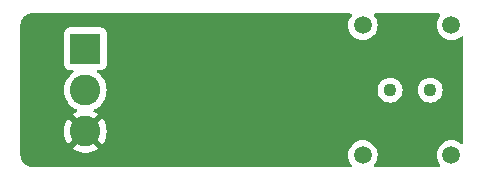
<source format=gbr>
%TF.GenerationSoftware,KiCad,Pcbnew,7.0.11-7.0.11~ubuntu22.04.1*%
%TF.CreationDate,2024-03-26T17:41:41+01:00*%
%TF.ProjectId,laserreceiver,6c617365-7272-4656-9365-697665722e6b,rev?*%
%TF.SameCoordinates,Original*%
%TF.FileFunction,Copper,L2,Bot*%
%TF.FilePolarity,Positive*%
%FSLAX46Y46*%
G04 Gerber Fmt 4.6, Leading zero omitted, Abs format (unit mm)*
G04 Created by KiCad (PCBNEW 7.0.11-7.0.11~ubuntu22.04.1) date 2024-03-26 17:41:41*
%MOMM*%
%LPD*%
G01*
G04 APERTURE LIST*
%TA.AperFunction,ComponentPad*%
%ADD10C,1.108000*%
%TD*%
%TA.AperFunction,ComponentPad*%
%ADD11R,2.600000X2.600000*%
%TD*%
%TA.AperFunction,ComponentPad*%
%ADD12C,2.600000*%
%TD*%
%TA.AperFunction,ViaPad*%
%ADD13C,0.600000*%
%TD*%
%TA.AperFunction,ViaPad*%
%ADD14C,1.500000*%
%TD*%
G04 APERTURE END LIST*
D10*
%TO.P,R1,1*%
%TO.N,+5V*%
X161300000Y-94500000D03*
%TO.P,R1,2*%
%TO.N,Net-(U1--)*%
X164700000Y-94500000D03*
%TD*%
D11*
%TO.P,J1,1,Pin_1*%
%TO.N,+5V*%
X135500000Y-91000000D03*
D12*
%TO.P,J1,2,Pin_2*%
%TO.N,Net-(J1-Pin_2)*%
X135500000Y-94500000D03*
%TO.P,J1,3,Pin_3*%
%TO.N,GND*%
X135500000Y-98000000D03*
%TD*%
D13*
%TO.N,GND*%
X142000000Y-96000000D03*
X140500000Y-91000000D03*
D14*
%TO.N,*%
X159000000Y-100000000D03*
X166500000Y-100000000D03*
X159000000Y-89000000D03*
X166500000Y-89000000D03*
%TD*%
%TA.AperFunction,Conductor*%
%TO.N,GND*%
G36*
X158002115Y-88020185D02*
G01*
X158047870Y-88072989D01*
X158057814Y-88142147D01*
X158036651Y-88195623D01*
X157912900Y-88372357D01*
X157912898Y-88372361D01*
X157820426Y-88570668D01*
X157820422Y-88570677D01*
X157763793Y-88782020D01*
X157763793Y-88782024D01*
X157744723Y-88999997D01*
X157744723Y-89000002D01*
X157763793Y-89217975D01*
X157763793Y-89217979D01*
X157820422Y-89429322D01*
X157820424Y-89429326D01*
X157820425Y-89429330D01*
X157833640Y-89457669D01*
X157912897Y-89627638D01*
X157912898Y-89627639D01*
X158038402Y-89806877D01*
X158193123Y-89961598D01*
X158372361Y-90087102D01*
X158570670Y-90179575D01*
X158782023Y-90236207D01*
X158964926Y-90252208D01*
X158999998Y-90255277D01*
X159000000Y-90255277D01*
X159000002Y-90255277D01*
X159028254Y-90252805D01*
X159217977Y-90236207D01*
X159429330Y-90179575D01*
X159627639Y-90087102D01*
X159806877Y-89961598D01*
X159961598Y-89806877D01*
X160087102Y-89627639D01*
X160179575Y-89429330D01*
X160236207Y-89217977D01*
X160252805Y-89028254D01*
X160255277Y-89000002D01*
X160255277Y-88999997D01*
X160251569Y-88957618D01*
X160236207Y-88782023D01*
X160200381Y-88648318D01*
X160179577Y-88570677D01*
X160179576Y-88570676D01*
X160179575Y-88570670D01*
X160087102Y-88372362D01*
X160087100Y-88372359D01*
X160087099Y-88372357D01*
X159963349Y-88195623D01*
X159941022Y-88129417D01*
X159958032Y-88061650D01*
X160008980Y-88013837D01*
X160064924Y-88000500D01*
X165435076Y-88000500D01*
X165502115Y-88020185D01*
X165547870Y-88072989D01*
X165557814Y-88142147D01*
X165536651Y-88195623D01*
X165412900Y-88372357D01*
X165412898Y-88372361D01*
X165320426Y-88570668D01*
X165320422Y-88570677D01*
X165263793Y-88782020D01*
X165263793Y-88782024D01*
X165244723Y-88999997D01*
X165244723Y-89000002D01*
X165263793Y-89217975D01*
X165263793Y-89217979D01*
X165320422Y-89429322D01*
X165320424Y-89429326D01*
X165320425Y-89429330D01*
X165333640Y-89457669D01*
X165412897Y-89627638D01*
X165412898Y-89627639D01*
X165538402Y-89806877D01*
X165693123Y-89961598D01*
X165872361Y-90087102D01*
X166070670Y-90179575D01*
X166282023Y-90236207D01*
X166464926Y-90252208D01*
X166499998Y-90255277D01*
X166500000Y-90255277D01*
X166500002Y-90255277D01*
X166528254Y-90252805D01*
X166717977Y-90236207D01*
X166929330Y-90179575D01*
X167127639Y-90087102D01*
X167304379Y-89963346D01*
X167370582Y-89941020D01*
X167438349Y-89958030D01*
X167486162Y-90008977D01*
X167499500Y-90064922D01*
X167499500Y-98935077D01*
X167479815Y-99002116D01*
X167427011Y-99047871D01*
X167357853Y-99057815D01*
X167304380Y-99036653D01*
X167127639Y-98912898D01*
X167127640Y-98912898D01*
X167127638Y-98912897D01*
X167028484Y-98866661D01*
X166929330Y-98820425D01*
X166929326Y-98820424D01*
X166929322Y-98820422D01*
X166717977Y-98763793D01*
X166500002Y-98744723D01*
X166499998Y-98744723D01*
X166354682Y-98757436D01*
X166282023Y-98763793D01*
X166282020Y-98763793D01*
X166070677Y-98820422D01*
X166070668Y-98820426D01*
X165872361Y-98912898D01*
X165872357Y-98912900D01*
X165693121Y-99038402D01*
X165538402Y-99193121D01*
X165412900Y-99372357D01*
X165412898Y-99372361D01*
X165320426Y-99570668D01*
X165320422Y-99570677D01*
X165263793Y-99782020D01*
X165263793Y-99782024D01*
X165244723Y-99999997D01*
X165244723Y-100000002D01*
X165263793Y-100217975D01*
X165263793Y-100217979D01*
X165320422Y-100429322D01*
X165320424Y-100429326D01*
X165320425Y-100429330D01*
X165357405Y-100508633D01*
X165412897Y-100627638D01*
X165428653Y-100650140D01*
X165536653Y-100804379D01*
X165558979Y-100870582D01*
X165541969Y-100938350D01*
X165491021Y-100986163D01*
X165435077Y-100999500D01*
X160064923Y-100999500D01*
X159997884Y-100979815D01*
X159952129Y-100927011D01*
X159942185Y-100857853D01*
X159963346Y-100804380D01*
X160087102Y-100627639D01*
X160179575Y-100429330D01*
X160236207Y-100217977D01*
X160255277Y-100000000D01*
X160254803Y-99994586D01*
X160249512Y-99934108D01*
X160236207Y-99782023D01*
X160179575Y-99570670D01*
X160087102Y-99372362D01*
X160087100Y-99372359D01*
X160087099Y-99372357D01*
X159961599Y-99193124D01*
X159961596Y-99193121D01*
X159806877Y-99038402D01*
X159627639Y-98912898D01*
X159627640Y-98912898D01*
X159627638Y-98912897D01*
X159528484Y-98866661D01*
X159429330Y-98820425D01*
X159429326Y-98820424D01*
X159429322Y-98820422D01*
X159217977Y-98763793D01*
X159000002Y-98744723D01*
X158999998Y-98744723D01*
X158854682Y-98757436D01*
X158782023Y-98763793D01*
X158782020Y-98763793D01*
X158570677Y-98820422D01*
X158570668Y-98820426D01*
X158372361Y-98912898D01*
X158372357Y-98912900D01*
X158193121Y-99038402D01*
X158038402Y-99193121D01*
X157912900Y-99372357D01*
X157912898Y-99372361D01*
X157820426Y-99570668D01*
X157820422Y-99570677D01*
X157763793Y-99782020D01*
X157763793Y-99782024D01*
X157744723Y-99999997D01*
X157744723Y-100000002D01*
X157763793Y-100217975D01*
X157763793Y-100217979D01*
X157820422Y-100429322D01*
X157820424Y-100429326D01*
X157820425Y-100429330D01*
X157857405Y-100508633D01*
X157912897Y-100627638D01*
X157928653Y-100650140D01*
X158036653Y-100804379D01*
X158058979Y-100870582D01*
X158041969Y-100938350D01*
X157991021Y-100986163D01*
X157935077Y-100999500D01*
X131005413Y-100999500D01*
X130994605Y-100999028D01*
X130837246Y-100985260D01*
X130815961Y-100981507D01*
X130668630Y-100942030D01*
X130648318Y-100934637D01*
X130510084Y-100870177D01*
X130491366Y-100859370D01*
X130366417Y-100771880D01*
X130349859Y-100757986D01*
X130242013Y-100650140D01*
X130228119Y-100633582D01*
X130140629Y-100508633D01*
X130129822Y-100489915D01*
X130065362Y-100351681D01*
X130057969Y-100331369D01*
X130049882Y-100301188D01*
X130018491Y-100184035D01*
X130014739Y-100162752D01*
X130000972Y-100005393D01*
X130000500Y-99994586D01*
X130000500Y-94500004D01*
X133694451Y-94500004D01*
X133714616Y-94769101D01*
X133774664Y-95032188D01*
X133774666Y-95032195D01*
X133859855Y-95249252D01*
X133873257Y-95283398D01*
X134008185Y-95517102D01*
X134042078Y-95559602D01*
X134176442Y-95728089D01*
X134363183Y-95901358D01*
X134374259Y-95911635D01*
X134597226Y-96063651D01*
X134597231Y-96063653D01*
X134597232Y-96063654D01*
X134597233Y-96063655D01*
X134709030Y-96117493D01*
X134752770Y-96138557D01*
X134804630Y-96185379D01*
X134822943Y-96252806D01*
X134801895Y-96319430D01*
X134752771Y-96361997D01*
X134597480Y-96436781D01*
X134597476Y-96436783D01*
X134414848Y-96561296D01*
X135252465Y-97398913D01*
X135184371Y-97425874D01*
X135051508Y-97522405D01*
X134946825Y-97648945D01*
X134898368Y-97751921D01*
X134062295Y-96915848D01*
X134008600Y-96983180D01*
X133873709Y-97216818D01*
X133775148Y-97467947D01*
X133775142Y-97467966D01*
X133715113Y-97730971D01*
X133715113Y-97730973D01*
X133694953Y-97999995D01*
X133694953Y-98000004D01*
X133715113Y-98269026D01*
X133715113Y-98269028D01*
X133775142Y-98532033D01*
X133775148Y-98532052D01*
X133873709Y-98783181D01*
X133873708Y-98783181D01*
X134008602Y-99016822D01*
X134062294Y-99084151D01*
X134062295Y-99084151D01*
X134897452Y-98248993D01*
X134907188Y-98278956D01*
X134995186Y-98417619D01*
X135114903Y-98530040D01*
X135249510Y-98604041D01*
X134414848Y-99438702D01*
X134597483Y-99563220D01*
X134597485Y-99563221D01*
X134840539Y-99680269D01*
X134840537Y-99680269D01*
X135098337Y-99759790D01*
X135098343Y-99759792D01*
X135365101Y-99799999D01*
X135365110Y-99800000D01*
X135634890Y-99800000D01*
X135634898Y-99799999D01*
X135901656Y-99759792D01*
X135901662Y-99759790D01*
X136159461Y-99680269D01*
X136402521Y-99563218D01*
X136585150Y-99438702D01*
X135747534Y-98601086D01*
X135815629Y-98574126D01*
X135948492Y-98477595D01*
X136053175Y-98351055D01*
X136101631Y-98248079D01*
X136937703Y-99084151D01*
X136937704Y-99084150D01*
X136991393Y-99016828D01*
X136991400Y-99016817D01*
X137126290Y-98783181D01*
X137224851Y-98532052D01*
X137224857Y-98532033D01*
X137284886Y-98269028D01*
X137284886Y-98269026D01*
X137305047Y-98000004D01*
X137305047Y-97999995D01*
X137284886Y-97730973D01*
X137284886Y-97730971D01*
X137224857Y-97467966D01*
X137224851Y-97467947D01*
X137126290Y-97216818D01*
X137126291Y-97216818D01*
X136991397Y-96983177D01*
X136937704Y-96915847D01*
X136102546Y-97751004D01*
X136092812Y-97721044D01*
X136004814Y-97582381D01*
X135885097Y-97469960D01*
X135750489Y-97395958D01*
X136585150Y-96561296D01*
X136402519Y-96436780D01*
X136247229Y-96361997D01*
X136195370Y-96315175D01*
X136177057Y-96247748D01*
X136198105Y-96181124D01*
X136247228Y-96138557D01*
X136402775Y-96063651D01*
X136625741Y-95911635D01*
X136823561Y-95728085D01*
X136991815Y-95517102D01*
X137126743Y-95283398D01*
X137225334Y-95032195D01*
X137285383Y-94769103D01*
X137305549Y-94500000D01*
X160240398Y-94500000D01*
X160260757Y-94706716D01*
X160321056Y-94905496D01*
X160418969Y-95088677D01*
X160418974Y-95088684D01*
X160550747Y-95249252D01*
X160662483Y-95340950D01*
X160711317Y-95381027D01*
X160711320Y-95381028D01*
X160711322Y-95381030D01*
X160894503Y-95478943D01*
X160894505Y-95478943D01*
X160894508Y-95478945D01*
X161093282Y-95539242D01*
X161300000Y-95559602D01*
X161506718Y-95539242D01*
X161705492Y-95478945D01*
X161888683Y-95381027D01*
X162049252Y-95249252D01*
X162181027Y-95088683D01*
X162278945Y-94905492D01*
X162339242Y-94706718D01*
X162359602Y-94500000D01*
X163640398Y-94500000D01*
X163660757Y-94706716D01*
X163721056Y-94905496D01*
X163818969Y-95088677D01*
X163818974Y-95088684D01*
X163950747Y-95249252D01*
X164062483Y-95340950D01*
X164111317Y-95381027D01*
X164111320Y-95381028D01*
X164111322Y-95381030D01*
X164294503Y-95478943D01*
X164294505Y-95478943D01*
X164294508Y-95478945D01*
X164493282Y-95539242D01*
X164700000Y-95559602D01*
X164906718Y-95539242D01*
X165105492Y-95478945D01*
X165288683Y-95381027D01*
X165449252Y-95249252D01*
X165581027Y-95088683D01*
X165678945Y-94905492D01*
X165739242Y-94706718D01*
X165759602Y-94500000D01*
X165739242Y-94293282D01*
X165678945Y-94094508D01*
X165678943Y-94094505D01*
X165678943Y-94094503D01*
X165581030Y-93911322D01*
X165581028Y-93911320D01*
X165581027Y-93911317D01*
X165540950Y-93862483D01*
X165449252Y-93750747D01*
X165288684Y-93618974D01*
X165288677Y-93618969D01*
X165105496Y-93521056D01*
X164906716Y-93460757D01*
X164700000Y-93440398D01*
X164493283Y-93460757D01*
X164294503Y-93521056D01*
X164111322Y-93618969D01*
X164111315Y-93618974D01*
X163950747Y-93750747D01*
X163818974Y-93911315D01*
X163818969Y-93911322D01*
X163721056Y-94094503D01*
X163660757Y-94293283D01*
X163640398Y-94500000D01*
X162359602Y-94500000D01*
X162339242Y-94293282D01*
X162278945Y-94094508D01*
X162278943Y-94094505D01*
X162278943Y-94094503D01*
X162181030Y-93911322D01*
X162181028Y-93911320D01*
X162181027Y-93911317D01*
X162140950Y-93862483D01*
X162049252Y-93750747D01*
X161888684Y-93618974D01*
X161888677Y-93618969D01*
X161705496Y-93521056D01*
X161506716Y-93460757D01*
X161300000Y-93440398D01*
X161093283Y-93460757D01*
X160894503Y-93521056D01*
X160711322Y-93618969D01*
X160711315Y-93618974D01*
X160550747Y-93750747D01*
X160418974Y-93911315D01*
X160418969Y-93911322D01*
X160321056Y-94094503D01*
X160260757Y-94293283D01*
X160240398Y-94500000D01*
X137305549Y-94500000D01*
X137285383Y-94230897D01*
X137225334Y-93967805D01*
X137126743Y-93716602D01*
X136991815Y-93482898D01*
X136823561Y-93271915D01*
X136823560Y-93271914D01*
X136823557Y-93271910D01*
X136625741Y-93088365D01*
X136625737Y-93088362D01*
X136535663Y-93026950D01*
X136491363Y-92972924D01*
X136483304Y-92903521D01*
X136514047Y-92840778D01*
X136573831Y-92804616D01*
X136605517Y-92800499D01*
X136847871Y-92800499D01*
X136847872Y-92800499D01*
X136907483Y-92794091D01*
X137042331Y-92743796D01*
X137157546Y-92657546D01*
X137243796Y-92542331D01*
X137294091Y-92407483D01*
X137300500Y-92347873D01*
X137300499Y-89652128D01*
X137294091Y-89592517D01*
X137243796Y-89457669D01*
X137243795Y-89457668D01*
X137243793Y-89457664D01*
X137157547Y-89342455D01*
X137157544Y-89342452D01*
X137042335Y-89256206D01*
X137042328Y-89256202D01*
X136907482Y-89205908D01*
X136907483Y-89205908D01*
X136847883Y-89199501D01*
X136847881Y-89199500D01*
X136847873Y-89199500D01*
X136847864Y-89199500D01*
X134152129Y-89199500D01*
X134152123Y-89199501D01*
X134092516Y-89205908D01*
X133957671Y-89256202D01*
X133957664Y-89256206D01*
X133842455Y-89342452D01*
X133842452Y-89342455D01*
X133756206Y-89457664D01*
X133756202Y-89457671D01*
X133705908Y-89592517D01*
X133699501Y-89652116D01*
X133699501Y-89652123D01*
X133699500Y-89652135D01*
X133699500Y-92347870D01*
X133699501Y-92347876D01*
X133705908Y-92407483D01*
X133756202Y-92542328D01*
X133756206Y-92542335D01*
X133842452Y-92657544D01*
X133842455Y-92657547D01*
X133957664Y-92743793D01*
X133957671Y-92743797D01*
X134002618Y-92760561D01*
X134092517Y-92794091D01*
X134152127Y-92800500D01*
X134394483Y-92800499D01*
X134461521Y-92820183D01*
X134507276Y-92872987D01*
X134517220Y-92942146D01*
X134488195Y-93005701D01*
X134464334Y-93026952D01*
X134374262Y-93088362D01*
X134176442Y-93271910D01*
X134008185Y-93482898D01*
X133873258Y-93716599D01*
X133873256Y-93716603D01*
X133774666Y-93967804D01*
X133774664Y-93967811D01*
X133714616Y-94230898D01*
X133694451Y-94499995D01*
X133694451Y-94500004D01*
X130000500Y-94500004D01*
X130000500Y-89005413D01*
X130000972Y-88994606D01*
X130003632Y-88964201D01*
X130014739Y-88837242D01*
X130018490Y-88815966D01*
X130057969Y-88668627D01*
X130065362Y-88648318D01*
X130129823Y-88510081D01*
X130140629Y-88491366D01*
X130228119Y-88366417D01*
X130242007Y-88349865D01*
X130349865Y-88242007D01*
X130366417Y-88228119D01*
X130491366Y-88140629D01*
X130510081Y-88129823D01*
X130648320Y-88065361D01*
X130668627Y-88057969D01*
X130815966Y-88018490D01*
X130837242Y-88014739D01*
X130969885Y-88003134D01*
X130994606Y-88000972D01*
X131005413Y-88000500D01*
X131065892Y-88000500D01*
X157935076Y-88000500D01*
X158002115Y-88020185D01*
G37*
%TD.AperFunction*%
%TD*%
M02*

</source>
